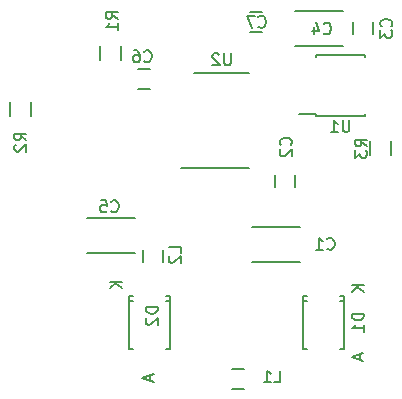
<source format=gbr>
%TF.GenerationSoftware,KiCad,Pcbnew,7.0.5.1-1-g8f565ef7f0-dirty-deb11*%
%TF.CreationDate,2023-07-21T03:30:06+00:00*%
%TF.ProjectId,BRIDGEADC01,42524944-4745-4414-9443-30312e6b6963,rev?*%
%TF.SameCoordinates,Original*%
%TF.FileFunction,Legend,Bot*%
%TF.FilePolarity,Positive*%
%FSLAX46Y46*%
G04 Gerber Fmt 4.6, Leading zero omitted, Abs format (unit mm)*
G04 Created by KiCad (PCBNEW 7.0.5.1-1-g8f565ef7f0-dirty-deb11) date 2023-07-21 03:30:06*
%MOMM*%
%LPD*%
G01*
G04 APERTURE LIST*
%ADD10C,0.150000*%
G04 APERTURE END LIST*
D10*
%TO.C,C1*%
X147725666Y-102151580D02*
X147773285Y-102199200D01*
X147773285Y-102199200D02*
X147916142Y-102246819D01*
X147916142Y-102246819D02*
X148011380Y-102246819D01*
X148011380Y-102246819D02*
X148154237Y-102199200D01*
X148154237Y-102199200D02*
X148249475Y-102103961D01*
X148249475Y-102103961D02*
X148297094Y-102008723D01*
X148297094Y-102008723D02*
X148344713Y-101818247D01*
X148344713Y-101818247D02*
X148344713Y-101675390D01*
X148344713Y-101675390D02*
X148297094Y-101484914D01*
X148297094Y-101484914D02*
X148249475Y-101389676D01*
X148249475Y-101389676D02*
X148154237Y-101294438D01*
X148154237Y-101294438D02*
X148011380Y-101246819D01*
X148011380Y-101246819D02*
X147916142Y-101246819D01*
X147916142Y-101246819D02*
X147773285Y-101294438D01*
X147773285Y-101294438D02*
X147725666Y-101342057D01*
X146773285Y-102246819D02*
X147344713Y-102246819D01*
X147058999Y-102246819D02*
X147058999Y-101246819D01*
X147058999Y-101246819D02*
X147154237Y-101389676D01*
X147154237Y-101389676D02*
X147249475Y-101484914D01*
X147249475Y-101484914D02*
X147344713Y-101532533D01*
%TO.C,C2*%
X144616580Y-93370333D02*
X144664200Y-93322714D01*
X144664200Y-93322714D02*
X144711819Y-93179857D01*
X144711819Y-93179857D02*
X144711819Y-93084619D01*
X144711819Y-93084619D02*
X144664200Y-92941762D01*
X144664200Y-92941762D02*
X144568961Y-92846524D01*
X144568961Y-92846524D02*
X144473723Y-92798905D01*
X144473723Y-92798905D02*
X144283247Y-92751286D01*
X144283247Y-92751286D02*
X144140390Y-92751286D01*
X144140390Y-92751286D02*
X143949914Y-92798905D01*
X143949914Y-92798905D02*
X143854676Y-92846524D01*
X143854676Y-92846524D02*
X143759438Y-92941762D01*
X143759438Y-92941762D02*
X143711819Y-93084619D01*
X143711819Y-93084619D02*
X143711819Y-93179857D01*
X143711819Y-93179857D02*
X143759438Y-93322714D01*
X143759438Y-93322714D02*
X143807057Y-93370333D01*
X143807057Y-93751286D02*
X143759438Y-93798905D01*
X143759438Y-93798905D02*
X143711819Y-93894143D01*
X143711819Y-93894143D02*
X143711819Y-94132238D01*
X143711819Y-94132238D02*
X143759438Y-94227476D01*
X143759438Y-94227476D02*
X143807057Y-94275095D01*
X143807057Y-94275095D02*
X143902295Y-94322714D01*
X143902295Y-94322714D02*
X143997533Y-94322714D01*
X143997533Y-94322714D02*
X144140390Y-94275095D01*
X144140390Y-94275095D02*
X144711819Y-93703667D01*
X144711819Y-93703667D02*
X144711819Y-94322714D01*
%TO.C,C3*%
X153125580Y-83337333D02*
X153173200Y-83289714D01*
X153173200Y-83289714D02*
X153220819Y-83146857D01*
X153220819Y-83146857D02*
X153220819Y-83051619D01*
X153220819Y-83051619D02*
X153173200Y-82908762D01*
X153173200Y-82908762D02*
X153077961Y-82813524D01*
X153077961Y-82813524D02*
X152982723Y-82765905D01*
X152982723Y-82765905D02*
X152792247Y-82718286D01*
X152792247Y-82718286D02*
X152649390Y-82718286D01*
X152649390Y-82718286D02*
X152458914Y-82765905D01*
X152458914Y-82765905D02*
X152363676Y-82813524D01*
X152363676Y-82813524D02*
X152268438Y-82908762D01*
X152268438Y-82908762D02*
X152220819Y-83051619D01*
X152220819Y-83051619D02*
X152220819Y-83146857D01*
X152220819Y-83146857D02*
X152268438Y-83289714D01*
X152268438Y-83289714D02*
X152316057Y-83337333D01*
X152220819Y-83670667D02*
X152220819Y-84289714D01*
X152220819Y-84289714D02*
X152601771Y-83956381D01*
X152601771Y-83956381D02*
X152601771Y-84099238D01*
X152601771Y-84099238D02*
X152649390Y-84194476D01*
X152649390Y-84194476D02*
X152697009Y-84242095D01*
X152697009Y-84242095D02*
X152792247Y-84289714D01*
X152792247Y-84289714D02*
X153030342Y-84289714D01*
X153030342Y-84289714D02*
X153125580Y-84242095D01*
X153125580Y-84242095D02*
X153173200Y-84194476D01*
X153173200Y-84194476D02*
X153220819Y-84099238D01*
X153220819Y-84099238D02*
X153220819Y-83813524D01*
X153220819Y-83813524D02*
X153173200Y-83718286D01*
X153173200Y-83718286D02*
X153125580Y-83670667D01*
%TO.C,C6*%
X132231666Y-86276580D02*
X132279285Y-86324200D01*
X132279285Y-86324200D02*
X132422142Y-86371819D01*
X132422142Y-86371819D02*
X132517380Y-86371819D01*
X132517380Y-86371819D02*
X132660237Y-86324200D01*
X132660237Y-86324200D02*
X132755475Y-86228961D01*
X132755475Y-86228961D02*
X132803094Y-86133723D01*
X132803094Y-86133723D02*
X132850713Y-85943247D01*
X132850713Y-85943247D02*
X132850713Y-85800390D01*
X132850713Y-85800390D02*
X132803094Y-85609914D01*
X132803094Y-85609914D02*
X132755475Y-85514676D01*
X132755475Y-85514676D02*
X132660237Y-85419438D01*
X132660237Y-85419438D02*
X132517380Y-85371819D01*
X132517380Y-85371819D02*
X132422142Y-85371819D01*
X132422142Y-85371819D02*
X132279285Y-85419438D01*
X132279285Y-85419438D02*
X132231666Y-85467057D01*
X131374523Y-85371819D02*
X131564999Y-85371819D01*
X131564999Y-85371819D02*
X131660237Y-85419438D01*
X131660237Y-85419438D02*
X131707856Y-85467057D01*
X131707856Y-85467057D02*
X131803094Y-85609914D01*
X131803094Y-85609914D02*
X131850713Y-85800390D01*
X131850713Y-85800390D02*
X131850713Y-86181342D01*
X131850713Y-86181342D02*
X131803094Y-86276580D01*
X131803094Y-86276580D02*
X131755475Y-86324200D01*
X131755475Y-86324200D02*
X131660237Y-86371819D01*
X131660237Y-86371819D02*
X131469761Y-86371819D01*
X131469761Y-86371819D02*
X131374523Y-86324200D01*
X131374523Y-86324200D02*
X131326904Y-86276580D01*
X131326904Y-86276580D02*
X131279285Y-86181342D01*
X131279285Y-86181342D02*
X131279285Y-85943247D01*
X131279285Y-85943247D02*
X131326904Y-85848009D01*
X131326904Y-85848009D02*
X131374523Y-85800390D01*
X131374523Y-85800390D02*
X131469761Y-85752771D01*
X131469761Y-85752771D02*
X131660237Y-85752771D01*
X131660237Y-85752771D02*
X131755475Y-85800390D01*
X131755475Y-85800390D02*
X131803094Y-85848009D01*
X131803094Y-85848009D02*
X131850713Y-85943247D01*
%TO.C,D1*%
X150807819Y-107657905D02*
X149807819Y-107657905D01*
X149807819Y-107657905D02*
X149807819Y-107896000D01*
X149807819Y-107896000D02*
X149855438Y-108038857D01*
X149855438Y-108038857D02*
X149950676Y-108134095D01*
X149950676Y-108134095D02*
X150045914Y-108181714D01*
X150045914Y-108181714D02*
X150236390Y-108229333D01*
X150236390Y-108229333D02*
X150379247Y-108229333D01*
X150379247Y-108229333D02*
X150569723Y-108181714D01*
X150569723Y-108181714D02*
X150664961Y-108134095D01*
X150664961Y-108134095D02*
X150760200Y-108038857D01*
X150760200Y-108038857D02*
X150807819Y-107896000D01*
X150807819Y-107896000D02*
X150807819Y-107657905D01*
X150807819Y-109181714D02*
X150807819Y-108610286D01*
X150807819Y-108896000D02*
X149807819Y-108896000D01*
X149807819Y-108896000D02*
X149950676Y-108800762D01*
X149950676Y-108800762D02*
X150045914Y-108705524D01*
X150045914Y-108705524D02*
X150093533Y-108610286D01*
X150836819Y-105234095D02*
X149836819Y-105234095D01*
X150836819Y-105805523D02*
X150265390Y-105376952D01*
X149836819Y-105805523D02*
X150408247Y-105234095D01*
X150501104Y-111057905D02*
X150501104Y-111534095D01*
X150786819Y-110962667D02*
X149786819Y-111296000D01*
X149786819Y-111296000D02*
X150786819Y-111629333D01*
%TO.C,D2*%
X133360319Y-107084905D02*
X132360319Y-107084905D01*
X132360319Y-107084905D02*
X132360319Y-107323000D01*
X132360319Y-107323000D02*
X132407938Y-107465857D01*
X132407938Y-107465857D02*
X132503176Y-107561095D01*
X132503176Y-107561095D02*
X132598414Y-107608714D01*
X132598414Y-107608714D02*
X132788890Y-107656333D01*
X132788890Y-107656333D02*
X132931747Y-107656333D01*
X132931747Y-107656333D02*
X133122223Y-107608714D01*
X133122223Y-107608714D02*
X133217461Y-107561095D01*
X133217461Y-107561095D02*
X133312700Y-107465857D01*
X133312700Y-107465857D02*
X133360319Y-107323000D01*
X133360319Y-107323000D02*
X133360319Y-107084905D01*
X132455557Y-108037286D02*
X132407938Y-108084905D01*
X132407938Y-108084905D02*
X132360319Y-108180143D01*
X132360319Y-108180143D02*
X132360319Y-108418238D01*
X132360319Y-108418238D02*
X132407938Y-108513476D01*
X132407938Y-108513476D02*
X132455557Y-108561095D01*
X132455557Y-108561095D02*
X132550795Y-108608714D01*
X132550795Y-108608714D02*
X132646033Y-108608714D01*
X132646033Y-108608714D02*
X132788890Y-108561095D01*
X132788890Y-108561095D02*
X133360319Y-107989667D01*
X133360319Y-107989667D02*
X133360319Y-108608714D01*
X132742104Y-112856905D02*
X132742104Y-113333095D01*
X133027819Y-112761667D02*
X132027819Y-113095000D01*
X132027819Y-113095000D02*
X133027819Y-113428333D01*
X130360819Y-104959095D02*
X129360819Y-104959095D01*
X130360819Y-105530523D02*
X129789390Y-105101952D01*
X129360819Y-105530523D02*
X129932247Y-104959095D01*
%TO.C,L1*%
X143232166Y-113484819D02*
X143708356Y-113484819D01*
X143708356Y-113484819D02*
X143708356Y-112484819D01*
X142375023Y-113484819D02*
X142946451Y-113484819D01*
X142660737Y-113484819D02*
X142660737Y-112484819D01*
X142660737Y-112484819D02*
X142755975Y-112627676D01*
X142755975Y-112627676D02*
X142851213Y-112722914D01*
X142851213Y-112722914D02*
X142946451Y-112770533D01*
%TO.C,L2*%
X135313819Y-102514333D02*
X135313819Y-102038143D01*
X135313819Y-102038143D02*
X134313819Y-102038143D01*
X134409057Y-102800048D02*
X134361438Y-102847667D01*
X134361438Y-102847667D02*
X134313819Y-102942905D01*
X134313819Y-102942905D02*
X134313819Y-103181000D01*
X134313819Y-103181000D02*
X134361438Y-103276238D01*
X134361438Y-103276238D02*
X134409057Y-103323857D01*
X134409057Y-103323857D02*
X134504295Y-103371476D01*
X134504295Y-103371476D02*
X134599533Y-103371476D01*
X134599533Y-103371476D02*
X134742390Y-103323857D01*
X134742390Y-103323857D02*
X135313819Y-102752429D01*
X135313819Y-102752429D02*
X135313819Y-103371476D01*
%TO.C,R1*%
X129979819Y-82702333D02*
X129503628Y-82369000D01*
X129979819Y-82130905D02*
X128979819Y-82130905D01*
X128979819Y-82130905D02*
X128979819Y-82511857D01*
X128979819Y-82511857D02*
X129027438Y-82607095D01*
X129027438Y-82607095D02*
X129075057Y-82654714D01*
X129075057Y-82654714D02*
X129170295Y-82702333D01*
X129170295Y-82702333D02*
X129313152Y-82702333D01*
X129313152Y-82702333D02*
X129408390Y-82654714D01*
X129408390Y-82654714D02*
X129456009Y-82607095D01*
X129456009Y-82607095D02*
X129503628Y-82511857D01*
X129503628Y-82511857D02*
X129503628Y-82130905D01*
X129979819Y-83654714D02*
X129979819Y-83083286D01*
X129979819Y-83369000D02*
X128979819Y-83369000D01*
X128979819Y-83369000D02*
X129122676Y-83273762D01*
X129122676Y-83273762D02*
X129217914Y-83178524D01*
X129217914Y-83178524D02*
X129265533Y-83083286D01*
%TO.C,R2*%
X122232819Y-92989333D02*
X121756628Y-92656000D01*
X122232819Y-92417905D02*
X121232819Y-92417905D01*
X121232819Y-92417905D02*
X121232819Y-92798857D01*
X121232819Y-92798857D02*
X121280438Y-92894095D01*
X121280438Y-92894095D02*
X121328057Y-92941714D01*
X121328057Y-92941714D02*
X121423295Y-92989333D01*
X121423295Y-92989333D02*
X121566152Y-92989333D01*
X121566152Y-92989333D02*
X121661390Y-92941714D01*
X121661390Y-92941714D02*
X121709009Y-92894095D01*
X121709009Y-92894095D02*
X121756628Y-92798857D01*
X121756628Y-92798857D02*
X121756628Y-92417905D01*
X121328057Y-93370286D02*
X121280438Y-93417905D01*
X121280438Y-93417905D02*
X121232819Y-93513143D01*
X121232819Y-93513143D02*
X121232819Y-93751238D01*
X121232819Y-93751238D02*
X121280438Y-93846476D01*
X121280438Y-93846476D02*
X121328057Y-93894095D01*
X121328057Y-93894095D02*
X121423295Y-93941714D01*
X121423295Y-93941714D02*
X121518533Y-93941714D01*
X121518533Y-93941714D02*
X121661390Y-93894095D01*
X121661390Y-93894095D02*
X122232819Y-93322667D01*
X122232819Y-93322667D02*
X122232819Y-93941714D01*
%TO.C,R3*%
X151076819Y-93497333D02*
X150600628Y-93164000D01*
X151076819Y-92925905D02*
X150076819Y-92925905D01*
X150076819Y-92925905D02*
X150076819Y-93306857D01*
X150076819Y-93306857D02*
X150124438Y-93402095D01*
X150124438Y-93402095D02*
X150172057Y-93449714D01*
X150172057Y-93449714D02*
X150267295Y-93497333D01*
X150267295Y-93497333D02*
X150410152Y-93497333D01*
X150410152Y-93497333D02*
X150505390Y-93449714D01*
X150505390Y-93449714D02*
X150553009Y-93402095D01*
X150553009Y-93402095D02*
X150600628Y-93306857D01*
X150600628Y-93306857D02*
X150600628Y-92925905D01*
X150076819Y-93830667D02*
X150076819Y-94449714D01*
X150076819Y-94449714D02*
X150457771Y-94116381D01*
X150457771Y-94116381D02*
X150457771Y-94259238D01*
X150457771Y-94259238D02*
X150505390Y-94354476D01*
X150505390Y-94354476D02*
X150553009Y-94402095D01*
X150553009Y-94402095D02*
X150648247Y-94449714D01*
X150648247Y-94449714D02*
X150886342Y-94449714D01*
X150886342Y-94449714D02*
X150981580Y-94402095D01*
X150981580Y-94402095D02*
X151029200Y-94354476D01*
X151029200Y-94354476D02*
X151076819Y-94259238D01*
X151076819Y-94259238D02*
X151076819Y-93973524D01*
X151076819Y-93973524D02*
X151029200Y-93878286D01*
X151029200Y-93878286D02*
X150981580Y-93830667D01*
%TO.C,U1*%
X149590904Y-91284819D02*
X149590904Y-92094342D01*
X149590904Y-92094342D02*
X149543285Y-92189580D01*
X149543285Y-92189580D02*
X149495666Y-92237200D01*
X149495666Y-92237200D02*
X149400428Y-92284819D01*
X149400428Y-92284819D02*
X149209952Y-92284819D01*
X149209952Y-92284819D02*
X149114714Y-92237200D01*
X149114714Y-92237200D02*
X149067095Y-92189580D01*
X149067095Y-92189580D02*
X149019476Y-92094342D01*
X149019476Y-92094342D02*
X149019476Y-91284819D01*
X148019476Y-92284819D02*
X148590904Y-92284819D01*
X148305190Y-92284819D02*
X148305190Y-91284819D01*
X148305190Y-91284819D02*
X148400428Y-91427676D01*
X148400428Y-91427676D02*
X148495666Y-91522914D01*
X148495666Y-91522914D02*
X148590904Y-91570533D01*
%TO.C,U2*%
X139557904Y-85625819D02*
X139557904Y-86435342D01*
X139557904Y-86435342D02*
X139510285Y-86530580D01*
X139510285Y-86530580D02*
X139462666Y-86578200D01*
X139462666Y-86578200D02*
X139367428Y-86625819D01*
X139367428Y-86625819D02*
X139176952Y-86625819D01*
X139176952Y-86625819D02*
X139081714Y-86578200D01*
X139081714Y-86578200D02*
X139034095Y-86530580D01*
X139034095Y-86530580D02*
X138986476Y-86435342D01*
X138986476Y-86435342D02*
X138986476Y-85625819D01*
X138557904Y-85721057D02*
X138510285Y-85673438D01*
X138510285Y-85673438D02*
X138415047Y-85625819D01*
X138415047Y-85625819D02*
X138176952Y-85625819D01*
X138176952Y-85625819D02*
X138081714Y-85673438D01*
X138081714Y-85673438D02*
X138034095Y-85721057D01*
X138034095Y-85721057D02*
X137986476Y-85816295D01*
X137986476Y-85816295D02*
X137986476Y-85911533D01*
X137986476Y-85911533D02*
X138034095Y-86054390D01*
X138034095Y-86054390D02*
X138605523Y-86625819D01*
X138605523Y-86625819D02*
X137986476Y-86625819D01*
%TO.C,C4*%
X147423166Y-83925580D02*
X147470785Y-83973200D01*
X147470785Y-83973200D02*
X147613642Y-84020819D01*
X147613642Y-84020819D02*
X147708880Y-84020819D01*
X147708880Y-84020819D02*
X147851737Y-83973200D01*
X147851737Y-83973200D02*
X147946975Y-83877961D01*
X147946975Y-83877961D02*
X147994594Y-83782723D01*
X147994594Y-83782723D02*
X148042213Y-83592247D01*
X148042213Y-83592247D02*
X148042213Y-83449390D01*
X148042213Y-83449390D02*
X147994594Y-83258914D01*
X147994594Y-83258914D02*
X147946975Y-83163676D01*
X147946975Y-83163676D02*
X147851737Y-83068438D01*
X147851737Y-83068438D02*
X147708880Y-83020819D01*
X147708880Y-83020819D02*
X147613642Y-83020819D01*
X147613642Y-83020819D02*
X147470785Y-83068438D01*
X147470785Y-83068438D02*
X147423166Y-83116057D01*
X146566023Y-83354152D02*
X146566023Y-84020819D01*
X146804118Y-82973200D02*
X147042213Y-83687485D01*
X147042213Y-83687485D02*
X146423166Y-83687485D01*
%TO.C,C5*%
X129437666Y-98976580D02*
X129485285Y-99024200D01*
X129485285Y-99024200D02*
X129628142Y-99071819D01*
X129628142Y-99071819D02*
X129723380Y-99071819D01*
X129723380Y-99071819D02*
X129866237Y-99024200D01*
X129866237Y-99024200D02*
X129961475Y-98928961D01*
X129961475Y-98928961D02*
X130009094Y-98833723D01*
X130009094Y-98833723D02*
X130056713Y-98643247D01*
X130056713Y-98643247D02*
X130056713Y-98500390D01*
X130056713Y-98500390D02*
X130009094Y-98309914D01*
X130009094Y-98309914D02*
X129961475Y-98214676D01*
X129961475Y-98214676D02*
X129866237Y-98119438D01*
X129866237Y-98119438D02*
X129723380Y-98071819D01*
X129723380Y-98071819D02*
X129628142Y-98071819D01*
X129628142Y-98071819D02*
X129485285Y-98119438D01*
X129485285Y-98119438D02*
X129437666Y-98167057D01*
X128532904Y-98071819D02*
X129009094Y-98071819D01*
X129009094Y-98071819D02*
X129056713Y-98548009D01*
X129056713Y-98548009D02*
X129009094Y-98500390D01*
X129009094Y-98500390D02*
X128913856Y-98452771D01*
X128913856Y-98452771D02*
X128675761Y-98452771D01*
X128675761Y-98452771D02*
X128580523Y-98500390D01*
X128580523Y-98500390D02*
X128532904Y-98548009D01*
X128532904Y-98548009D02*
X128485285Y-98643247D01*
X128485285Y-98643247D02*
X128485285Y-98881342D01*
X128485285Y-98881342D02*
X128532904Y-98976580D01*
X128532904Y-98976580D02*
X128580523Y-99024200D01*
X128580523Y-99024200D02*
X128675761Y-99071819D01*
X128675761Y-99071819D02*
X128913856Y-99071819D01*
X128913856Y-99071819D02*
X129009094Y-99024200D01*
X129009094Y-99024200D02*
X129056713Y-98976580D01*
%TO.C,C7*%
X141898666Y-83354080D02*
X141946285Y-83401700D01*
X141946285Y-83401700D02*
X142089142Y-83449319D01*
X142089142Y-83449319D02*
X142184380Y-83449319D01*
X142184380Y-83449319D02*
X142327237Y-83401700D01*
X142327237Y-83401700D02*
X142422475Y-83306461D01*
X142422475Y-83306461D02*
X142470094Y-83211223D01*
X142470094Y-83211223D02*
X142517713Y-83020747D01*
X142517713Y-83020747D02*
X142517713Y-82877890D01*
X142517713Y-82877890D02*
X142470094Y-82687414D01*
X142470094Y-82687414D02*
X142422475Y-82592176D01*
X142422475Y-82592176D02*
X142327237Y-82496938D01*
X142327237Y-82496938D02*
X142184380Y-82449319D01*
X142184380Y-82449319D02*
X142089142Y-82449319D01*
X142089142Y-82449319D02*
X141946285Y-82496938D01*
X141946285Y-82496938D02*
X141898666Y-82544557D01*
X141565332Y-82449319D02*
X140898666Y-82449319D01*
X140898666Y-82449319D02*
X141327237Y-83449319D01*
%TO.C,C1*%
X145422000Y-100292000D02*
X141322000Y-100292000D01*
X145422000Y-103292000D02*
X141322000Y-103292000D01*
%TO.C,C2*%
X144980000Y-95958000D02*
X144980000Y-96958000D01*
X143280000Y-96958000D02*
X143280000Y-95958000D01*
%TO.C,C3*%
X149884000Y-84004000D02*
X149884000Y-83004000D01*
X151584000Y-83004000D02*
X151584000Y-84004000D01*
%TO.C,C6*%
X132692000Y-88672000D02*
X131692000Y-88672000D01*
X131692000Y-86972000D02*
X132692000Y-86972000D01*
%TO.C,D1*%
X149182060Y-106145560D02*
X148831540Y-106145560D01*
X149182060Y-106145560D02*
X149182060Y-110646440D01*
X145681940Y-106145560D02*
X146032460Y-106145560D01*
X145681940Y-106145560D02*
X145681940Y-110646440D01*
X149182060Y-106596860D02*
X148831540Y-106596860D01*
X145681940Y-106596860D02*
X146032460Y-106596860D01*
X149182060Y-110646440D02*
X148831540Y-110646440D01*
X145681940Y-110646440D02*
X146032460Y-110646440D01*
%TO.C,D2*%
X134450060Y-106145560D02*
X134099540Y-106145560D01*
X134450060Y-106145560D02*
X134450060Y-110646440D01*
X130949940Y-106145560D02*
X131300460Y-106145560D01*
X130949940Y-106145560D02*
X130949940Y-110646440D01*
X134450060Y-106596860D02*
X134099540Y-106596860D01*
X130949940Y-106596860D02*
X131300460Y-106596860D01*
X134450060Y-110646440D02*
X134099540Y-110646440D01*
X130949940Y-110646440D02*
X131300460Y-110646440D01*
%TO.C,L1*%
X139644500Y-112307000D02*
X140644500Y-112307000D01*
X140644500Y-114007000D02*
X139644500Y-114007000D01*
%TO.C,L2*%
X133804000Y-102308000D02*
X133804000Y-103308000D01*
X132104000Y-103308000D02*
X132104000Y-102308000D01*
%TO.C,R1*%
X128523000Y-85002000D02*
X128523000Y-86202000D01*
X130273000Y-86202000D02*
X130273000Y-85002000D01*
%TO.C,R2*%
X122653000Y-90962000D02*
X122653000Y-89762000D01*
X120903000Y-89762000D02*
X120903000Y-90962000D01*
%TO.C,R3*%
X153133000Y-94264000D02*
X153133000Y-93064000D01*
X151383000Y-93064000D02*
X151383000Y-94264000D01*
%TO.C,U1*%
X146754000Y-85755000D02*
X146754000Y-85900000D01*
X146754000Y-85755000D02*
X150904000Y-85755000D01*
X146754000Y-90760000D02*
X145354000Y-90760000D01*
X146754000Y-90905000D02*
X146754000Y-90760000D01*
X146754000Y-90905000D02*
X150904000Y-90905000D01*
X150904000Y-85755000D02*
X150904000Y-85900000D01*
X150904000Y-90905000D02*
X150904000Y-90760000D01*
%TO.C,U2*%
X136410001Y-87281534D02*
X136410001Y-87306534D01*
X136410001Y-87281534D02*
X141060001Y-87281534D01*
X136410001Y-95306534D02*
X135335001Y-95306534D01*
X136410001Y-95331534D02*
X136410001Y-95306534D01*
X136410001Y-95331534D02*
X141060001Y-95331534D01*
X141060001Y-87281534D02*
X141060001Y-87306534D01*
X141060001Y-95331534D02*
X141060001Y-95306534D01*
%TO.C,C4*%
X144997000Y-85004000D02*
X149097000Y-85004000D01*
X144997000Y-82004000D02*
X149097000Y-82004000D01*
%TO.C,C5*%
X127344000Y-102530000D02*
X131444000Y-102530000D01*
X127344000Y-99530000D02*
X131444000Y-99530000D01*
%TO.C,C7*%
X142168500Y-83781000D02*
X141168500Y-83781000D01*
X141168500Y-82081000D02*
X142168500Y-82081000D01*
%TD*%
M02*

</source>
